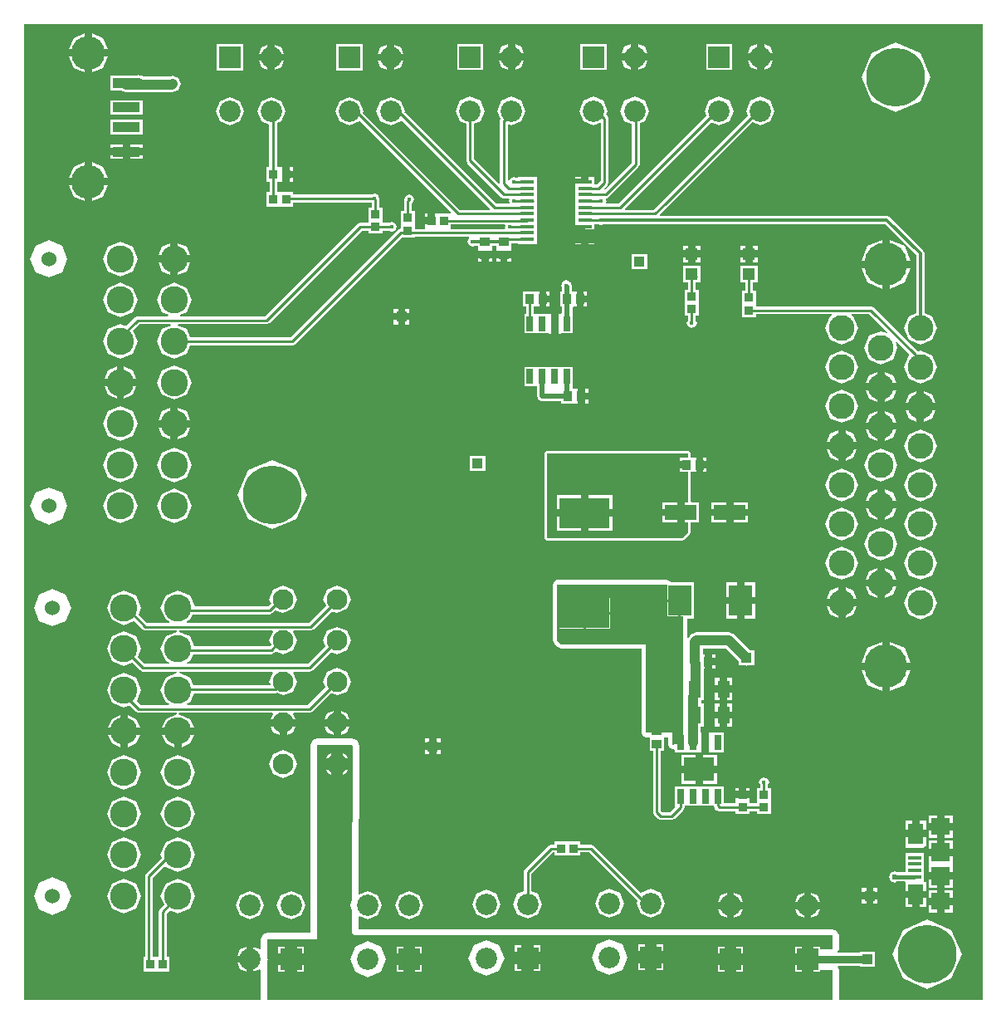
<source format=gtl>
G04*
G04 #@! TF.GenerationSoftware,Altium Limited,Altium Designer,21.0.9 (235)*
G04*
G04 Layer_Physical_Order=1*
G04 Layer_Color=255*
%FSLAX25Y25*%
%MOIN*%
G70*
G04*
G04 #@! TF.SameCoordinates,7D8DD78A-8103-400F-A0AB-957E78C66F27*
G04*
G04*
G04 #@! TF.FilePolarity,Positive*
G04*
G01*
G75*
%ADD13C,0.01000*%
%ADD14R,0.05315X0.01575*%
%ADD15R,0.06299X0.08268*%
%ADD16R,0.07480X0.07087*%
%ADD17R,0.07480X0.07480*%
%ADD18R,0.11024X0.03937*%
%ADD19R,0.02559X0.06004*%
%ADD20R,0.12205X0.09449*%
%ADD21R,0.02559X0.05906*%
%ADD22R,0.05807X0.01772*%
%ADD23R,0.20079X0.12402*%
%ADD24R,0.09646X0.12402*%
%ADD25R,0.03740X0.03347*%
%ADD26R,0.04724X0.04724*%
%ADD27R,0.03347X0.03740*%
%ADD28R,0.12598X0.06299*%
%ADD29R,0.03543X0.03937*%
%ADD30R,0.03937X0.03543*%
%ADD31R,0.05118X0.07087*%
%ADD63C,0.03937*%
%ADD64C,0.01575*%
%ADD65C,0.00800*%
%ADD66C,0.01181*%
%ADD67C,0.01968*%
%ADD68C,0.02953*%
%ADD69C,0.10925*%
%ADD70C,0.06004*%
%ADD71C,0.13583*%
%ADD72R,0.08563X0.08563*%
%ADD73C,0.08563*%
%ADD74R,0.04331X0.04331*%
%ADD75C,0.08268*%
%ADD76C,0.17303*%
%ADD77C,0.10335*%
%ADD78C,0.23622*%
%ADD79C,0.03150*%
%ADD80C,0.02362*%
%ADD81C,0.01772*%
G36*
X385697Y803D02*
X328057D01*
Y12845D01*
X327611Y13921D01*
X327889Y14337D01*
X336350D01*
Y13850D01*
X342650D01*
Y20150D01*
X336350D01*
Y19663D01*
X327889D01*
X327611Y20079D01*
X328057Y21155D01*
Y26600D01*
X327308Y28408D01*
X325500Y29157D01*
X135520D01*
X135168Y29511D01*
X135192Y34067D01*
X135609Y34344D01*
X138965Y32954D01*
X142995Y34623D01*
X144664Y38653D01*
X142995Y42684D01*
X138965Y44353D01*
X135657Y42983D01*
X135242Y43262D01*
X135564Y102762D01*
X135562Y102766D01*
X135564Y102769D01*
X135193Y103672D01*
X134825Y104574D01*
X134821Y104576D01*
X134820Y104579D01*
X134467Y104934D01*
X134464Y104935D01*
X134462Y104939D01*
X133562Y105312D01*
X132661Y105687D01*
X132658Y105686D01*
X132654Y105687D01*
X118500D01*
X116692Y104939D01*
X115943Y103131D01*
Y27684D01*
X98500D01*
X96692Y26935D01*
X95943Y25127D01*
Y21295D01*
X95443Y21083D01*
X92976Y22105D01*
Y17000D01*
Y11895D01*
X95443Y12917D01*
X95943Y12705D01*
Y803D01*
X803D01*
Y392197D01*
X385697D01*
Y803D01*
D02*
G37*
G36*
X133007Y102776D02*
X132672Y40823D01*
X131773Y38653D01*
X132649Y36540D01*
X132600Y27500D01*
X133500Y26600D01*
X325500D01*
Y21155D01*
X320569D01*
Y22069D01*
X317862D01*
Y17000D01*
Y11931D01*
X320569D01*
Y12845D01*
X325500D01*
Y803D01*
X98500D01*
Y16539D01*
X98691Y17000D01*
X98500Y17461D01*
Y25127D01*
X118500D01*
Y103131D01*
X132654D01*
X133007Y102776D01*
D02*
G37*
%LPC*%
G36*
X28122Y388625D02*
Y382279D01*
X34467D01*
X32609Y386766D01*
X28122Y388625D01*
D02*
G37*
G36*
X25169Y388625D02*
X20682Y386766D01*
X18824Y382279D01*
X25169D01*
Y388625D01*
D02*
G37*
G36*
X298012Y384259D02*
Y380630D01*
X301641D01*
X300578Y383196D01*
X298012Y384259D01*
D02*
G37*
G36*
X295059D02*
X292493Y383196D01*
X291430Y380630D01*
X295059D01*
Y384259D01*
D02*
G37*
G36*
X247512D02*
Y380630D01*
X251140D01*
X250078Y383196D01*
X247512Y384259D01*
D02*
G37*
G36*
X244559D02*
X241993Y383196D01*
X240930Y380630D01*
X244559D01*
Y384259D01*
D02*
G37*
G36*
X198012D02*
Y380630D01*
X201641D01*
X200578Y383196D01*
X198012Y384259D01*
D02*
G37*
G36*
X195059D02*
X192493Y383196D01*
X191430Y380630D01*
X195059D01*
Y384259D01*
D02*
G37*
G36*
X101610Y384125D02*
Y380496D01*
X105239D01*
X104176Y383062D01*
X101610Y384125D01*
D02*
G37*
G36*
X98658D02*
X96092Y383062D01*
X95029Y380496D01*
X98658D01*
Y384125D01*
D02*
G37*
G36*
X149512Y384105D02*
Y380476D01*
X153140D01*
X152078Y383042D01*
X149512Y384105D01*
D02*
G37*
G36*
X146559D02*
X143993Y383042D01*
X142930Y380476D01*
X146559D01*
Y384105D01*
D02*
G37*
G36*
X301641Y377677D02*
X298012D01*
Y374048D01*
X300578Y375111D01*
X301641Y377677D01*
D02*
G37*
G36*
X295059D02*
X291430D01*
X292493Y375111D01*
X295059Y374048D01*
Y377677D01*
D02*
G37*
G36*
X251140D02*
X247512D01*
Y374048D01*
X250078Y375111D01*
X251140Y377677D01*
D02*
G37*
G36*
X244559D02*
X240930D01*
X241993Y375111D01*
X244559Y374048D01*
Y377677D01*
D02*
G37*
G36*
X201641D02*
X198012D01*
Y374048D01*
X200578Y375111D01*
X201641Y377677D01*
D02*
G37*
G36*
X195059D02*
X191430D01*
X192493Y375111D01*
X195059Y374048D01*
Y377677D01*
D02*
G37*
G36*
X105239Y377543D02*
X101610D01*
Y373915D01*
X104176Y374977D01*
X105239Y377543D01*
D02*
G37*
G36*
X98658D02*
X95029D01*
X96092Y374977D01*
X98658Y373915D01*
Y377543D01*
D02*
G37*
G36*
X153140Y377524D02*
X149512D01*
Y373895D01*
X152078Y374958D01*
X153140Y377524D01*
D02*
G37*
G36*
X146559D02*
X142930D01*
X143993Y374958D01*
X146559Y373895D01*
Y377524D01*
D02*
G37*
G36*
X285266Y384419D02*
X274734D01*
Y373888D01*
X285266D01*
Y384419D01*
D02*
G37*
G36*
X234766D02*
X224234D01*
Y373888D01*
X234766D01*
Y384419D01*
D02*
G37*
G36*
X185266D02*
X174734D01*
Y373888D01*
X185266D01*
Y384419D01*
D02*
G37*
G36*
X88864Y384285D02*
X78333D01*
Y373754D01*
X88864D01*
Y384285D01*
D02*
G37*
G36*
X136766Y384266D02*
X126234D01*
Y373734D01*
X136766D01*
Y384266D01*
D02*
G37*
G36*
X25169Y379327D02*
X18824D01*
X20682Y374840D01*
X25169Y372981D01*
Y379327D01*
D02*
G37*
G36*
X34467D02*
X28122D01*
Y372981D01*
X32609Y374840D01*
X34467Y379327D01*
D02*
G37*
G36*
X46696Y371913D02*
X46109Y371669D01*
X35504D01*
Y365764D01*
X39868D01*
X42000Y364881D01*
X60187D01*
X62447Y365817D01*
X62807Y366177D01*
X63743Y368437D01*
X62807Y370697D01*
X60547Y371633D01*
X59677Y371273D01*
X48496D01*
Y371669D01*
X47284D01*
X46696Y371913D01*
D02*
G37*
G36*
X351000Y384850D02*
X341207Y380793D01*
X337151Y371000D01*
X341207Y361207D01*
X351000Y357151D01*
X360793Y361207D01*
X364849Y371000D01*
X360793Y380793D01*
X351000Y384850D01*
D02*
G37*
G36*
X48496Y361827D02*
X35504D01*
Y355921D01*
X48496D01*
Y361827D01*
D02*
G37*
G36*
X296535Y363200D02*
X292505Y361530D01*
X290836Y357500D01*
X291547Y355783D01*
X257399Y321636D01*
X257399Y321636D01*
X257399Y321636D01*
X253590Y317827D01*
X242252D01*
X242061Y318289D01*
X276869Y353097D01*
X280000Y351800D01*
X284030Y353470D01*
X285700Y357500D01*
X284030Y361530D01*
X280000Y363200D01*
X275970Y361530D01*
X274300Y357500D01*
X275011Y355783D01*
X239614Y320386D01*
X234743D01*
X234465Y320802D01*
X234687Y321337D01*
X234483Y321829D01*
X234398Y322291D01*
X235534Y322762D01*
X247636Y334864D01*
X247636Y334864D01*
X248107Y336000D01*
X248107Y336000D01*
Y352658D01*
X250066Y353470D01*
X251735Y357500D01*
X250066Y361530D01*
X246035Y363200D01*
X242005Y361530D01*
X240336Y357500D01*
X242005Y353470D01*
X244894Y352273D01*
Y336666D01*
X234022Y325794D01*
X233958Y325807D01*
X233793Y326349D01*
X235136Y327692D01*
X235136Y327692D01*
X235607Y328828D01*
Y354465D01*
X235607Y354465D01*
X235136Y355601D01*
X234625Y356112D01*
X235200Y357500D01*
X233530Y361530D01*
X229500Y363200D01*
X225470Y361530D01*
X223800Y357500D01*
X225470Y353470D01*
X229500Y351800D01*
X231978Y352827D01*
X232394Y352549D01*
Y329494D01*
X230963Y328063D01*
X229971D01*
Y330902D01*
X227543D01*
Y329016D01*
X226067D01*
Y328327D01*
X222179D01*
Y327539D01*
X222163D01*
Y327130D01*
X222179D01*
Y324587D01*
Y322028D01*
Y319468D01*
Y316910D01*
Y312988D01*
X222163D01*
Y312579D01*
X222179D01*
Y311791D01*
X226067D01*
Y310020D01*
X229971D01*
Y312055D01*
X231656D01*
X232663Y311638D01*
X233434Y311958D01*
X346631D01*
X359044Y299546D01*
Y276326D01*
X356040Y275082D01*
X354090Y270374D01*
X356040Y265666D01*
X360748Y263716D01*
X365456Y265666D01*
X367406Y270374D01*
X365456Y275082D01*
X362453Y276326D01*
Y300252D01*
X361953Y301457D01*
X348543Y314868D01*
X347337Y315367D01*
X256328D01*
X256137Y315829D01*
X259671Y319364D01*
X259671Y319364D01*
X293405Y353097D01*
X296535Y351800D01*
X300566Y353470D01*
X302235Y357500D01*
X300566Y361530D01*
X296535Y363200D01*
D02*
G37*
G36*
X83598Y363066D02*
X79568Y361396D01*
X77899Y357366D01*
X79568Y353336D01*
X83598Y351666D01*
X87629Y353336D01*
X89298Y357366D01*
X87629Y361396D01*
X83598Y363066D01*
D02*
G37*
G36*
X48496Y353953D02*
X35504D01*
Y348047D01*
X48496D01*
Y353953D01*
D02*
G37*
G36*
X48512Y344126D02*
X43476D01*
Y342634D01*
X48512D01*
Y344126D01*
D02*
G37*
G36*
X40524D02*
X35488D01*
Y342634D01*
X40524D01*
Y344126D01*
D02*
G37*
G36*
X48512Y339681D02*
X43476D01*
Y338189D01*
X48512D01*
Y339681D01*
D02*
G37*
G36*
X40524D02*
X35488D01*
Y338189D01*
X40524D01*
Y339681D01*
D02*
G37*
G36*
X108732Y334870D02*
X107535D01*
Y333476D01*
X108732D01*
Y334870D01*
D02*
G37*
G36*
X28122Y336893D02*
Y330547D01*
X34467D01*
X32609Y335034D01*
X28122Y336893D01*
D02*
G37*
G36*
X25169Y336893D02*
X20682Y335034D01*
X18824Y330547D01*
X25169D01*
Y336893D01*
D02*
G37*
G36*
X224590Y330902D02*
X222163D01*
Y330492D01*
X224590D01*
Y330902D01*
D02*
G37*
G36*
X108732Y330524D02*
X107535D01*
Y329130D01*
X108732D01*
Y330524D01*
D02*
G37*
G36*
X196535Y363200D02*
X192505Y361530D01*
X190836Y357500D01*
X192203Y354200D01*
X191893Y353453D01*
X191893Y353453D01*
Y328586D01*
X191657Y328418D01*
X191431Y328341D01*
X181571Y338201D01*
Y352451D01*
X184030Y353470D01*
X185700Y357500D01*
X184030Y361530D01*
X180000Y363200D01*
X175970Y361530D01*
X174300Y357500D01*
X175970Y353470D01*
X178358Y352481D01*
Y337535D01*
X178358Y337535D01*
X178829Y336399D01*
X192466Y322762D01*
X192466Y322762D01*
X193602Y322291D01*
X193602Y322291D01*
X195581D01*
X195859Y321875D01*
X195637Y321339D01*
X195859Y320802D01*
X195582Y320386D01*
X190386D01*
X153644Y357128D01*
X153735Y357347D01*
X152066Y361377D01*
X148035Y363046D01*
X144005Y361377D01*
X142336Y357347D01*
X144005Y353316D01*
X148035Y351647D01*
X152066Y353316D01*
X152141Y353499D01*
X152632Y353596D01*
X187939Y318289D01*
X187748Y317827D01*
X175945D01*
X136973Y356799D01*
X137200Y357347D01*
X135530Y361377D01*
X131500Y363046D01*
X127470Y361377D01*
X125800Y357347D01*
X127470Y353316D01*
X131500Y351647D01*
X135530Y353316D01*
X135848Y353380D01*
X172250Y316978D01*
X172252Y316819D01*
X171800Y316354D01*
X171737Y316354D01*
X167114D01*
Y316370D01*
X165917D01*
Y313500D01*
X164441D01*
Y312024D01*
X161768D01*
Y310630D01*
X161768D01*
X161720Y310150D01*
X157854D01*
Y311902D01*
Y317216D01*
X156606D01*
Y320434D01*
X156931Y320569D01*
X157524Y322000D01*
X156931Y323431D01*
X155500Y324024D01*
X154069Y323431D01*
X153476Y322000D01*
X153581Y321745D01*
X153393Y321291D01*
X153393Y321291D01*
Y317216D01*
X152146D01*
Y311902D01*
Y310293D01*
X151080Y309852D01*
X107799Y266571D01*
X67496D01*
X66088Y269970D01*
X62627Y271403D01*
X62725Y271894D01*
X98305D01*
X98305Y271893D01*
X99441Y272364D01*
X136411Y309334D01*
X139146D01*
Y308283D01*
X144854D01*
Y309334D01*
X147547D01*
X148561Y308914D01*
X149993Y309507D01*
X150586Y310939D01*
X149993Y312370D01*
X148561Y312963D01*
X147559Y312547D01*
X144854D01*
Y318717D01*
X143606D01*
Y321791D01*
X143606Y321791D01*
X143471Y322119D01*
X143598Y322426D01*
X143005Y323857D01*
X141574Y324450D01*
X140566Y324033D01*
X108716D01*
Y324854D01*
X102606D01*
Y329146D01*
X103386D01*
Y329130D01*
X104583D01*
Y332000D01*
Y334870D01*
X103386D01*
Y334854D01*
X102374D01*
Y352594D01*
X104164Y353336D01*
X105833Y357366D01*
X104164Y361396D01*
X100134Y363066D01*
X96104Y361396D01*
X94434Y357366D01*
X96104Y353336D01*
X99161Y352069D01*
Y334854D01*
X98283D01*
Y329146D01*
X99393D01*
Y324854D01*
X98283D01*
Y319146D01*
X108716D01*
Y320820D01*
X140393D01*
Y318717D01*
X139146D01*
Y312547D01*
X135746D01*
X135746Y312547D01*
X134610Y312077D01*
X134610Y312077D01*
X97640Y275107D01*
X63675D01*
X63578Y275597D01*
X66088Y276637D01*
X68132Y281571D01*
X66088Y286505D01*
X61154Y288549D01*
X56219Y286505D01*
X54176Y281571D01*
X56219Y276637D01*
X58729Y275597D01*
X58632Y275107D01*
X46382D01*
X46382Y275107D01*
X45246Y274636D01*
X45246Y274636D01*
X41709Y271099D01*
X39500Y272013D01*
X34566Y269970D01*
X32522Y265035D01*
X34566Y260101D01*
X39500Y258057D01*
X44434Y260101D01*
X46478Y265035D01*
X44636Y269482D01*
X47047Y271894D01*
X59582D01*
X59680Y271403D01*
X56219Y269970D01*
X54176Y265035D01*
X56219Y260101D01*
X61154Y258057D01*
X66088Y260101D01*
X67437Y263358D01*
X108465D01*
X108465Y263358D01*
X109601Y263829D01*
X152556Y306784D01*
X157854D01*
Y306937D01*
X179508D01*
X179605Y306446D01*
X179569Y306431D01*
X178976Y305000D01*
X179569Y303569D01*
X181000Y302976D01*
X182152Y303453D01*
X183047D01*
Y302614D01*
X183031D01*
Y301319D01*
X186000D01*
X188969D01*
Y302614D01*
X188953D01*
Y303453D01*
X190547D01*
Y302614D01*
X190532D01*
Y301319D01*
X193500D01*
X196468D01*
Y302614D01*
X196453D01*
Y304378D01*
X199045D01*
Y304114D01*
X206821D01*
Y306673D01*
Y309232D01*
Y311791D01*
Y314350D01*
Y316910D01*
Y319468D01*
Y322028D01*
Y324587D01*
Y327146D01*
Y330886D01*
X199045D01*
Y330614D01*
X198489D01*
X197500Y331024D01*
X196069Y330431D01*
X195797Y329776D01*
X195161Y329525D01*
X195106Y329550D01*
Y351942D01*
X195522Y352220D01*
X196535Y351800D01*
X200566Y353470D01*
X202235Y357500D01*
X200566Y361530D01*
X196535Y363200D01*
D02*
G37*
G36*
X25169Y327594D02*
X18824D01*
X20682Y323108D01*
X25169Y321249D01*
Y327594D01*
D02*
G37*
G36*
X34467D02*
X28122D01*
Y321249D01*
X32609Y323108D01*
X34467Y327594D01*
D02*
G37*
G36*
X162965Y316370D02*
X161768D01*
Y314976D01*
X162965D01*
Y316370D01*
D02*
G37*
G36*
X229971Y304508D02*
X227543D01*
Y304098D01*
X229971D01*
Y304508D01*
D02*
G37*
G36*
X224590D02*
X222163D01*
Y304098D01*
X224590D01*
Y304508D01*
D02*
G37*
G36*
X272362Y303496D02*
X270476D01*
Y301610D01*
X272362D01*
Y303496D01*
D02*
G37*
G36*
X295362D02*
X293476D01*
Y301610D01*
X295362D01*
Y303496D01*
D02*
G37*
G36*
X267524D02*
X265638D01*
Y301610D01*
X267524D01*
Y303496D01*
D02*
G37*
G36*
X290524D02*
X288638D01*
Y301610D01*
X290524D01*
Y303496D01*
D02*
G37*
G36*
X62630Y304490D02*
Y299583D01*
X67537D01*
X66100Y303053D01*
X62630Y304490D01*
D02*
G37*
G36*
X59677Y304490D02*
X56207Y303053D01*
X54770Y299583D01*
X59677D01*
Y304490D01*
D02*
G37*
G36*
X348445Y305800D02*
Y297441D01*
X356804D01*
X354356Y303352D01*
X348445Y305800D01*
D02*
G37*
G36*
X345492D02*
X339581Y303352D01*
X337133Y297441D01*
X345492D01*
Y305800D01*
D02*
G37*
G36*
X196468Y298366D02*
X194976D01*
Y297071D01*
X196468D01*
Y298366D01*
D02*
G37*
G36*
X192024D02*
X190532D01*
Y297071D01*
X192024D01*
Y298366D01*
D02*
G37*
G36*
X188969D02*
X187476D01*
Y297071D01*
X188969D01*
Y298366D01*
D02*
G37*
G36*
X184524D02*
X183031D01*
Y297071D01*
X184524D01*
Y298366D01*
D02*
G37*
G36*
X295362Y298657D02*
X293476D01*
Y296772D01*
X295362D01*
Y298657D01*
D02*
G37*
G36*
X290524D02*
X288638D01*
Y296772D01*
X290524D01*
Y298657D01*
D02*
G37*
G36*
X272362D02*
X270476D01*
Y296772D01*
X272362D01*
Y298657D01*
D02*
G37*
G36*
X267524D02*
X265638D01*
Y296772D01*
X267524D01*
Y298657D01*
D02*
G37*
G36*
X251150Y300150D02*
X244850D01*
Y293850D01*
X251150D01*
Y300150D01*
D02*
G37*
G36*
X59677Y296630D02*
X54770D01*
X56207Y293160D01*
X59677Y291723D01*
Y296630D01*
D02*
G37*
G36*
X67537D02*
X62630D01*
Y291723D01*
X66100Y293160D01*
X67537Y296630D01*
D02*
G37*
G36*
X39500Y305084D02*
X34566Y303041D01*
X32522Y298106D01*
X34566Y293172D01*
X39500Y291128D01*
X44434Y293172D01*
X46478Y298106D01*
X44434Y303041D01*
X39500Y305084D01*
D02*
G37*
G36*
X10760Y305670D02*
X5411Y303455D01*
X3196Y298106D01*
X5411Y292758D01*
X10760Y290542D01*
X16108Y292758D01*
X18324Y298106D01*
X16108Y303455D01*
X10760Y305670D01*
D02*
G37*
G36*
X356804Y294488D02*
X348445D01*
Y286129D01*
X354356Y288578D01*
X356804Y294488D01*
D02*
G37*
G36*
X345492D02*
X337133D01*
X339581Y288578D01*
X345492Y286129D01*
Y294488D01*
D02*
G37*
G36*
X226929Y284968D02*
X225634D01*
Y283476D01*
X226929D01*
Y284968D01*
D02*
G37*
G36*
X211929D02*
X210634D01*
Y283476D01*
X211929D01*
Y284968D01*
D02*
G37*
G36*
X226929Y280524D02*
X225634D01*
Y279031D01*
X226929D01*
Y280524D01*
D02*
G37*
G36*
X211929D02*
X210634D01*
Y279031D01*
X211929D01*
Y280524D01*
D02*
G37*
G36*
X207681Y284968D02*
X206386D01*
Y284953D01*
X201087D01*
Y279047D01*
X202394D01*
Y276067D01*
X201736D01*
Y268193D01*
X206236D01*
X206264Y268193D01*
X206736D01*
X206764Y268193D01*
X211227D01*
X211720Y268177D01*
X211757Y268177D01*
X212524D01*
Y272130D01*
Y276083D01*
X211757D01*
X211720Y276083D01*
X211227Y276067D01*
X206764D01*
X206736Y276067D01*
X206264D01*
X206236Y276067D01*
X205607D01*
Y279047D01*
X206386D01*
Y279031D01*
X207681D01*
Y282000D01*
Y284968D01*
D02*
G37*
G36*
X155665Y278165D02*
X153976D01*
Y276476D01*
X155665D01*
Y278165D01*
D02*
G37*
G36*
X151024D02*
X149335D01*
Y276476D01*
X151024D01*
Y278165D01*
D02*
G37*
G36*
X218500Y289524D02*
X217069Y288931D01*
X216476Y287500D01*
X216712Y286930D01*
Y284953D01*
X216087D01*
Y279047D01*
X216869D01*
Y276530D01*
X216369Y276080D01*
X216280Y276083D01*
X216243Y276083D01*
X215476D01*
Y272130D01*
Y268177D01*
X216243D01*
X216280Y268177D01*
X216773Y268193D01*
X221264D01*
Y276067D01*
X221131D01*
Y278637D01*
X221386Y279031D01*
X222681D01*
Y282000D01*
Y284968D01*
X221386D01*
X220973Y285179D01*
Y287158D01*
X220349Y288664D01*
X219978Y288818D01*
X219931Y288931D01*
X218500Y289524D01*
D02*
G37*
G36*
X39500Y288549D02*
X34566Y286505D01*
X32522Y281571D01*
X34566Y276637D01*
X39500Y274593D01*
X44434Y276637D01*
X46478Y281571D01*
X44434Y286505D01*
X39500Y288549D01*
D02*
G37*
G36*
X155665Y273524D02*
X153976D01*
Y271835D01*
X155665D01*
Y273524D01*
D02*
G37*
G36*
X151024D02*
X149335D01*
Y271835D01*
X151024D01*
Y273524D01*
D02*
G37*
G36*
X272346Y295213D02*
X265653D01*
Y288520D01*
X267393D01*
Y285717D01*
X266146D01*
Y280402D01*
Y275284D01*
X267393D01*
Y273508D01*
X266976Y272500D01*
X267569Y271069D01*
X269000Y270476D01*
X270431Y271069D01*
X271024Y272500D01*
X270606Y273508D01*
Y275284D01*
X271854D01*
Y280402D01*
Y285717D01*
X270606D01*
Y288520D01*
X272346D01*
Y290709D01*
X272469Y291004D01*
X272346Y291299D01*
Y295213D01*
D02*
G37*
G36*
X295346D02*
X288653D01*
Y288520D01*
X290393D01*
Y285216D01*
X289146D01*
Y279902D01*
Y274783D01*
X294854D01*
Y275893D01*
X325221D01*
X325318Y275403D01*
X324544Y275082D01*
X322594Y270374D01*
X324544Y265666D01*
X329252Y263716D01*
X333960Y265666D01*
X335910Y270374D01*
X333960Y275082D01*
X333186Y275403D01*
X333283Y275893D01*
X340335D01*
X347627Y268601D01*
X347349Y268185D01*
X345000Y269158D01*
X340292Y267208D01*
X338342Y262500D01*
X340292Y257792D01*
X345000Y255842D01*
X349708Y257792D01*
X351658Y262500D01*
X350685Y264849D01*
X351101Y265127D01*
X356326Y259903D01*
X356228Y259412D01*
X356040Y259334D01*
X354090Y254626D01*
X356040Y249918D01*
X360748Y247968D01*
X365456Y249918D01*
X367406Y254626D01*
X365456Y259334D01*
X360748Y261284D01*
X359857Y260915D01*
X342136Y278636D01*
X341000Y279107D01*
X341000Y279106D01*
X294854D01*
Y285216D01*
X293606D01*
Y288520D01*
X295346D01*
Y295213D01*
D02*
G37*
G36*
X216736Y254807D02*
X216264D01*
X216236Y254807D01*
X211764D01*
X211736Y254807D01*
X211264D01*
X211236Y254807D01*
X206764D01*
X206736Y254807D01*
X206264D01*
X206236Y254807D01*
X201736D01*
Y246933D01*
X206236D01*
X206264Y246933D01*
X206736D01*
X206869Y246477D01*
Y243000D01*
X207493Y241493D01*
X209000Y240869D01*
X216587D01*
Y240047D01*
X221886D01*
Y240032D01*
X223181D01*
Y243000D01*
X224658D01*
D01*
X223181D01*
Y245969D01*
X221886D01*
Y245953D01*
X221131D01*
Y246933D01*
X221264D01*
Y254807D01*
X216764D01*
X216736Y254807D01*
D02*
G37*
G36*
X40976Y254884D02*
Y249976D01*
X45884D01*
X44446Y253446D01*
X40976Y254884D01*
D02*
G37*
G36*
X38024D02*
X34554Y253446D01*
X33116Y249976D01*
X38024D01*
Y254884D01*
D02*
G37*
G36*
X346476Y252816D02*
Y248228D01*
X351064D01*
X349720Y251472D01*
X346476Y252816D01*
D02*
G37*
G36*
X343524Y252816D02*
X340280Y251472D01*
X338936Y248228D01*
X343524D01*
Y252816D01*
D02*
G37*
G36*
X329252Y261284D02*
X324544Y259334D01*
X322594Y254626D01*
X324544Y249918D01*
X329252Y247968D01*
X333960Y249918D01*
X335910Y254626D01*
X333960Y259334D01*
X329252Y261284D01*
D02*
G37*
G36*
X227429Y245969D02*
X226134D01*
Y244476D01*
X227429D01*
Y245969D01*
D02*
G37*
G36*
X45884Y247024D02*
X40976D01*
Y242116D01*
X44446Y243554D01*
X45884Y247024D01*
D02*
G37*
G36*
X38024D02*
X33116D01*
X34554Y243554D01*
X38024Y242116D01*
Y247024D01*
D02*
G37*
G36*
X61154Y255478D02*
X56219Y253434D01*
X54176Y248500D01*
X56219Y243566D01*
X61154Y241522D01*
X66088Y243566D01*
X68132Y248500D01*
X66088Y253434D01*
X61154Y255478D01*
D02*
G37*
G36*
X343524Y245276D02*
X338936D01*
X340280Y242032D01*
X343524Y240688D01*
Y245276D01*
D02*
G37*
G36*
X351064D02*
X346476D01*
Y240688D01*
X349720Y242032D01*
X351064Y245276D01*
D02*
G37*
G36*
X362224Y244942D02*
Y240354D01*
X366812D01*
X365468Y243598D01*
X362224Y244942D01*
D02*
G37*
G36*
X359272Y244942D02*
X356028Y243598D01*
X354684Y240354D01*
X359272D01*
Y244942D01*
D02*
G37*
G36*
X227429Y241524D02*
X226134D01*
Y240032D01*
X227429D01*
Y241524D01*
D02*
G37*
G36*
X62630Y238348D02*
Y233441D01*
X67537D01*
X66100Y236911D01*
X62630Y238348D01*
D02*
G37*
G36*
X59677Y238348D02*
X56207Y236911D01*
X54770Y233441D01*
X59677D01*
Y238348D01*
D02*
G37*
G36*
X366812Y237402D02*
X362224D01*
Y232814D01*
X365468Y234158D01*
X366812Y237402D01*
D02*
G37*
G36*
X359272D02*
X354684D01*
X356028Y234158D01*
X359272Y232814D01*
Y237402D01*
D02*
G37*
G36*
X346476Y237068D02*
Y232480D01*
X351064D01*
X349720Y235724D01*
X346476Y237068D01*
D02*
G37*
G36*
X343524D02*
X340280Y235724D01*
X338936Y232480D01*
X343524D01*
Y237068D01*
D02*
G37*
G36*
X329252Y245536D02*
X324544Y243586D01*
X322594Y238878D01*
X324544Y234170D01*
X329252Y232220D01*
X333960Y234170D01*
X335910Y238878D01*
X333960Y243586D01*
X329252Y245536D01*
D02*
G37*
G36*
X67537Y230488D02*
X62630D01*
Y225581D01*
X66100Y227018D01*
X67537Y230488D01*
D02*
G37*
G36*
X59677D02*
X54770D01*
X56207Y227018D01*
X59677Y225581D01*
Y230488D01*
D02*
G37*
G36*
X39500Y238943D02*
X34566Y236899D01*
X32522Y231965D01*
X34566Y227030D01*
X39500Y224987D01*
X44434Y227030D01*
X46478Y231965D01*
X44434Y236899D01*
X39500Y238943D01*
D02*
G37*
G36*
X351064Y229528D02*
X346476D01*
Y224940D01*
X349720Y226284D01*
X351064Y229528D01*
D02*
G37*
G36*
X343524D02*
X338936D01*
X340280Y226284D01*
X343524Y224940D01*
Y229528D01*
D02*
G37*
G36*
X330728Y229194D02*
Y224606D01*
X335316D01*
X333972Y227850D01*
X330728Y229194D01*
D02*
G37*
G36*
X327776Y229194D02*
X324532Y227850D01*
X323188Y224606D01*
X327776D01*
Y229194D01*
D02*
G37*
G36*
Y221654D02*
X323188D01*
X324532Y218410D01*
X327776Y217066D01*
Y221654D01*
D02*
G37*
G36*
X335316D02*
X330728D01*
Y217066D01*
X333972Y218410D01*
X335316Y221654D01*
D02*
G37*
G36*
X274929Y218468D02*
X273634D01*
Y216976D01*
X274929D01*
Y218468D01*
D02*
G37*
G36*
X360748Y229788D02*
X356040Y227838D01*
X354090Y223130D01*
X356040Y218422D01*
X360748Y216472D01*
X365456Y218422D01*
X367406Y223130D01*
X365456Y227838D01*
X360748Y229788D01*
D02*
G37*
G36*
X186150Y219150D02*
X179850D01*
Y212850D01*
X186150D01*
Y219150D01*
D02*
G37*
G36*
X274929Y214024D02*
X273634D01*
Y212531D01*
X274929D01*
Y214024D01*
D02*
G37*
G36*
X267500Y221065D02*
X211000Y221065D01*
X210247Y220753D01*
X209935Y220000D01*
X209935Y186000D01*
X210247Y185247D01*
X211000Y184935D01*
X265065Y184935D01*
X265819Y185247D01*
X268253Y187681D01*
X268565Y188435D01*
Y192214D01*
X268576Y192229D01*
X271878D01*
Y200497D01*
X269059D01*
X268565Y200997D01*
X268565Y212531D01*
X268576Y212547D01*
X269386D01*
Y212531D01*
X270681D01*
Y215500D01*
Y218468D01*
X269386D01*
Y218453D01*
X268576D01*
X268565Y218468D01*
Y220000D01*
X268253Y220753D01*
X267500Y221065D01*
D02*
G37*
G36*
X345000Y221914D02*
X340292Y219964D01*
X338342Y215256D01*
X340292Y210548D01*
X345000Y208597D01*
X349708Y210548D01*
X351658Y215256D01*
X349708Y219964D01*
X345000Y221914D01*
D02*
G37*
G36*
X61154Y222407D02*
X56219Y220363D01*
X54176Y215429D01*
X56219Y210495D01*
X61154Y208451D01*
X66088Y210495D01*
X68132Y215429D01*
X66088Y220363D01*
X61154Y222407D01*
D02*
G37*
G36*
X39500D02*
X34566Y220363D01*
X32522Y215429D01*
X34566Y210495D01*
X39500Y208451D01*
X44434Y210495D01*
X46478Y215429D01*
X44434Y220363D01*
X39500Y222407D01*
D02*
G37*
G36*
X346476Y205572D02*
Y200984D01*
X351064D01*
X349720Y204228D01*
X346476Y205572D01*
D02*
G37*
G36*
X343524D02*
X340280Y204228D01*
X338936Y200984D01*
X343524D01*
Y205572D01*
D02*
G37*
G36*
X360748Y214040D02*
X356040Y212090D01*
X354090Y207382D01*
X356040Y202674D01*
X360748Y200724D01*
X365456Y202674D01*
X367406Y207382D01*
X365456Y212090D01*
X360748Y214040D01*
D02*
G37*
G36*
X329252D02*
X324544Y212090D01*
X322594Y207382D01*
X324544Y202674D01*
X329252Y200724D01*
X333960Y202674D01*
X335910Y207382D01*
X333960Y212090D01*
X329252Y214040D01*
D02*
G37*
G36*
X291579Y200513D02*
X285756D01*
Y197840D01*
X291579D01*
Y200513D01*
D02*
G37*
G36*
X282803D02*
X276980D01*
Y197840D01*
X282803D01*
Y200513D01*
D02*
G37*
G36*
X351064Y198031D02*
X346476D01*
Y193444D01*
X349720Y194788D01*
X351064Y198031D01*
D02*
G37*
G36*
X343524D02*
X338936D01*
X340280Y194788D01*
X343524Y193444D01*
Y198031D01*
D02*
G37*
G36*
X291579Y194887D02*
X285756D01*
Y192214D01*
X291579D01*
Y194887D01*
D02*
G37*
G36*
X282803D02*
X276980D01*
Y192214D01*
X282803D01*
Y194887D01*
D02*
G37*
G36*
X61154Y205872D02*
X56219Y203828D01*
X54176Y198894D01*
X56219Y193959D01*
X61154Y191916D01*
X66088Y193959D01*
X68132Y198894D01*
X66088Y203828D01*
X61154Y205872D01*
D02*
G37*
G36*
X39500D02*
X34566Y203828D01*
X32522Y198894D01*
X34566Y193959D01*
X39500Y191916D01*
X44434Y193959D01*
X46478Y198894D01*
X44434Y203828D01*
X39500Y205872D01*
D02*
G37*
G36*
X10760Y206458D02*
X5411Y204242D01*
X3196Y198894D01*
X5411Y193545D01*
X10760Y191330D01*
X16108Y193545D01*
X18324Y198894D01*
X16108Y204242D01*
X10760Y206458D01*
D02*
G37*
G36*
X100500Y217350D02*
X90707Y213293D01*
X86651Y203500D01*
X90707Y193707D01*
X100500Y189650D01*
X110293Y193707D01*
X114349Y203500D01*
X110293Y213293D01*
X100500Y217350D01*
D02*
G37*
G36*
X360748Y198292D02*
X356040Y196342D01*
X354090Y191634D01*
X356040Y186926D01*
X360748Y184976D01*
X365456Y186926D01*
X367406Y191634D01*
X365456Y196342D01*
X360748Y198292D01*
D02*
G37*
G36*
X329252D02*
X324544Y196342D01*
X322594Y191634D01*
X324544Y186926D01*
X329252Y184976D01*
X333960Y186926D01*
X335910Y191634D01*
X333960Y196342D01*
X329252Y198292D01*
D02*
G37*
G36*
X345000Y190418D02*
X340292Y188468D01*
X338342Y183760D01*
X340292Y179052D01*
X345000Y177101D01*
X349708Y179052D01*
X351658Y183760D01*
X349708Y188468D01*
X345000Y190418D01*
D02*
G37*
G36*
X346476Y174076D02*
Y169488D01*
X351064D01*
X349720Y172732D01*
X346476Y174076D01*
D02*
G37*
G36*
X343524D02*
X340280Y172732D01*
X338936Y169488D01*
X343524D01*
Y174076D01*
D02*
G37*
G36*
X360748Y182544D02*
X356040Y180594D01*
X354090Y175886D01*
X356040Y171178D01*
X360748Y169227D01*
X365456Y171178D01*
X367406Y175886D01*
X365456Y180594D01*
X360748Y182544D01*
D02*
G37*
G36*
X329252D02*
X324544Y180594D01*
X322594Y175886D01*
X324544Y171178D01*
X329252Y169227D01*
X333960Y171178D01*
X335910Y175886D01*
X333960Y180594D01*
X329252Y182544D01*
D02*
G37*
G36*
X294390Y168201D02*
X290043D01*
Y162476D01*
X294390D01*
Y168201D01*
D02*
G37*
G36*
X287090D02*
X282744D01*
Y162476D01*
X287090D01*
Y168201D01*
D02*
G37*
G36*
X351064Y166535D02*
X346476D01*
Y161948D01*
X349720Y163292D01*
X351064Y166535D01*
D02*
G37*
G36*
X343524D02*
X338936D01*
X340280Y163292D01*
X343524Y161948D01*
Y166535D01*
D02*
G37*
G36*
X330728Y166202D02*
Y161614D01*
X335316D01*
X333972Y164858D01*
X330728Y166202D01*
D02*
G37*
G36*
X327776Y166202D02*
X324532Y164858D01*
X323188Y161614D01*
X327776D01*
Y166202D01*
D02*
G37*
G36*
X126537Y167040D02*
X122620Y165417D01*
X120997Y161500D01*
X122090Y158862D01*
X115334Y152106D01*
X66211D01*
X66114Y152597D01*
X67588Y153208D01*
X68493Y155394D01*
X99486D01*
X99486Y155394D01*
X100622Y155864D01*
X101938Y157180D01*
X104884Y155960D01*
X108801Y157583D01*
X110423Y161500D01*
X108801Y165417D01*
X104884Y167040D01*
X100966Y165417D01*
X99344Y161500D01*
X100038Y159824D01*
X98821Y158607D01*
X69439D01*
X67588Y163076D01*
X62653Y165120D01*
X57719Y163076D01*
X55676Y158142D01*
X57719Y153208D01*
X59193Y152597D01*
X59096Y152106D01*
X50165D01*
X46851Y155421D01*
X47978Y158142D01*
X45934Y163076D01*
X41000Y165120D01*
X36066Y163076D01*
X34022Y158142D01*
X36066Y153208D01*
X41000Y151164D01*
X44935Y152794D01*
X48364Y149364D01*
X48364Y149364D01*
X49500Y148893D01*
X49500Y148893D01*
X62093D01*
X62193Y148393D01*
X57719Y146540D01*
X55676Y141606D01*
X57719Y136672D01*
X59108Y136097D01*
X59010Y135607D01*
X49165D01*
X46569Y138204D01*
X47978Y141606D01*
X45934Y146540D01*
X41000Y148584D01*
X36066Y146540D01*
X34022Y141606D01*
X36066Y136672D01*
X41000Y134628D01*
X44252Y135976D01*
X47364Y132864D01*
X47364Y132864D01*
X48500Y132394D01*
X48500Y132394D01*
X62179D01*
X62278Y131894D01*
X57719Y130005D01*
X55676Y125071D01*
X57719Y120137D01*
X59022Y119597D01*
X58925Y119106D01*
X47665D01*
X46140Y120632D01*
X47978Y125071D01*
X45934Y130005D01*
X41000Y132049D01*
X36066Y130005D01*
X34022Y125071D01*
X36066Y120137D01*
X41000Y118093D01*
X43217Y119011D01*
X45864Y116364D01*
X45864Y116364D01*
X47000Y115893D01*
X62223D01*
X62323Y115393D01*
X57707Y113482D01*
X56270Y110012D01*
X62653D01*
X69037D01*
X67600Y113482D01*
X62984Y115393D01*
X63084Y115893D01*
X100442D01*
X100776Y115393D01*
X99938Y113370D01*
X104884D01*
X109829D01*
X108991Y115393D01*
X109325Y115893D01*
X115500D01*
X115500Y115893D01*
X116636Y116364D01*
X124150Y123878D01*
X126537Y122889D01*
X130454Y124512D01*
X132077Y128429D01*
X130454Y132346D01*
X126537Y133969D01*
X122620Y132346D01*
X120997Y128429D01*
X121923Y126195D01*
X114834Y119106D01*
X66382D01*
X66285Y119597D01*
X67588Y120137D01*
X69062Y123697D01*
X101757D01*
X101758Y123697D01*
X102346Y123940D01*
X104884Y122889D01*
X108801Y124512D01*
X110423Y128429D01*
X108988Y131894D01*
X109322Y132394D01*
X115633D01*
X115633Y132394D01*
X116769Y132864D01*
X124269Y140364D01*
X126537Y139425D01*
X130454Y141047D01*
X132077Y144965D01*
X130454Y148882D01*
X126537Y150504D01*
X122620Y148882D01*
X120997Y144965D01*
X121972Y142611D01*
X114967Y135607D01*
X66297D01*
X66199Y136097D01*
X67588Y136672D01*
X68715Y139393D01*
X100022D01*
X100022Y139393D01*
X101158Y139864D01*
X101938Y140645D01*
X104884Y139425D01*
X108801Y141047D01*
X110423Y144965D01*
X109003Y148393D01*
X109337Y148893D01*
X116000D01*
X116000Y148893D01*
X117136Y149364D01*
X124554Y156782D01*
X126537Y155960D01*
X130454Y157583D01*
X132077Y161500D01*
X130454Y165417D01*
X126537Y167040D01*
D02*
G37*
G36*
X327776Y158661D02*
X323188D01*
X324532Y155418D01*
X327776Y154074D01*
Y158661D01*
D02*
G37*
G36*
X335316D02*
X330728D01*
Y154074D01*
X333972Y155418D01*
X335316Y158661D01*
D02*
G37*
G36*
X294390Y159524D02*
X290043D01*
Y153799D01*
X294390D01*
Y159524D01*
D02*
G37*
G36*
X287090D02*
X282744D01*
Y153799D01*
X287090D01*
Y159524D01*
D02*
G37*
G36*
X360748Y166796D02*
X356040Y164846D01*
X354090Y160138D01*
X356040Y155430D01*
X360748Y153479D01*
X365456Y155430D01*
X367406Y160138D01*
X365456Y164846D01*
X360748Y166796D01*
D02*
G37*
G36*
X12260Y165706D02*
X6911Y163490D01*
X4696Y158142D01*
X6911Y152793D01*
X12260Y150578D01*
X17608Y152793D01*
X19824Y158142D01*
X17608Y163490D01*
X12260Y165706D01*
D02*
G37*
G36*
X278429Y139469D02*
X277134D01*
Y137976D01*
X278429D01*
Y139469D01*
D02*
G37*
G36*
X348445Y144383D02*
Y136024D01*
X356804D01*
X354356Y141934D01*
X348445Y144383D01*
D02*
G37*
G36*
X345492D02*
X339581Y141934D01*
X337133Y136024D01*
X345492D01*
Y144383D01*
D02*
G37*
G36*
X258959Y169204D02*
X215000D01*
X213795Y168705D01*
X213295Y167500D01*
Y145000D01*
X213795Y143795D01*
X215295Y142295D01*
X216500Y141796D01*
X248795Y141795D01*
X248795Y107854D01*
X249295Y106649D01*
X250500Y106150D01*
X252047D01*
Y100587D01*
X253394D01*
Y76000D01*
X253393Y76000D01*
X253864Y74864D01*
X255364Y73364D01*
X255364Y73364D01*
X256500Y72893D01*
X256500Y72894D01*
X261000D01*
X261000Y72893D01*
X262136Y73364D01*
X265573Y76801D01*
X265573Y76801D01*
X266044Y77937D01*
X266044Y77937D01*
Y78526D01*
X266673D01*
X266701Y78526D01*
X267173D01*
X267201Y78526D01*
X271673D01*
X271701Y78526D01*
X272173D01*
X272201Y78526D01*
X276673D01*
X276701Y78526D01*
X277173D01*
X277201Y78526D01*
X277831D01*
X278301Y77391D01*
X278887Y76805D01*
X278887Y76805D01*
X280023Y76334D01*
X280023Y76334D01*
X286583D01*
Y75283D01*
X292291D01*
Y76334D01*
X295146D01*
Y75283D01*
X300854D01*
Y80402D01*
Y85716D01*
X299606D01*
Y86992D01*
X300024Y88000D01*
X299431Y89431D01*
X298000Y90024D01*
X296569Y89431D01*
X295976Y88000D01*
X296393Y86992D01*
Y85716D01*
X295146D01*
Y79548D01*
X292291D01*
Y80386D01*
X292307D01*
Y81583D01*
X286567D01*
Y80386D01*
X286583D01*
Y79548D01*
X281701D01*
Y86498D01*
X277201D01*
X277173Y86498D01*
X276701D01*
X276673Y86498D01*
X272201D01*
X272173Y86498D01*
X271701D01*
X271673Y86498D01*
X267201D01*
X267173Y86498D01*
X266701D01*
X266673Y86498D01*
X262173D01*
Y78526D01*
X262173D01*
X262343Y78115D01*
X260334Y76107D01*
X257166D01*
X256607Y76666D01*
Y100587D01*
X257953D01*
Y106150D01*
X259406D01*
Y103390D01*
X259905Y102184D01*
X260295Y101795D01*
X261500Y101295D01*
X261757Y101402D01*
X262173Y101124D01*
Y99880D01*
X266701D01*
Y99880D01*
X267173D01*
Y99880D01*
X267201Y99880D01*
X271664D01*
X272154Y99864D01*
X272158Y99864D01*
Y99864D01*
X272961D01*
Y103866D01*
Y107868D01*
X272633D01*
Y110473D01*
X273835D01*
Y119527D01*
X272696D01*
Y120973D01*
X273835D01*
Y130027D01*
X273696D01*
Y133531D01*
X274181D01*
Y136500D01*
Y139469D01*
X273538D01*
Y141804D01*
X282676D01*
X287850Y136630D01*
Y134850D01*
X290888D01*
X291000Y134804D01*
X291112Y134850D01*
X294150D01*
Y137888D01*
X294196Y138000D01*
X294150Y138112D01*
Y141150D01*
X292370D01*
X286260Y147260D01*
X284000Y148196D01*
X270900D01*
X268640Y147260D01*
X268083Y146703D01*
X267695Y145767D01*
X267205Y145865D01*
Y153815D01*
X269965D01*
Y168185D01*
X260631D01*
X260540Y168406D01*
X260445Y168445D01*
X260396Y168535D01*
X260020Y168834D01*
X259479Y168989D01*
X258959Y169204D01*
D02*
G37*
G36*
X278429Y135024D02*
X277134D01*
Y133531D01*
X278429D01*
Y135024D01*
D02*
G37*
G36*
X285268Y130043D02*
X283185D01*
Y126976D01*
X285268D01*
Y130043D01*
D02*
G37*
G36*
X280232D02*
X278150D01*
Y126976D01*
X280232D01*
Y130043D01*
D02*
G37*
G36*
X356804Y133071D02*
X348445D01*
Y124712D01*
X354356Y127160D01*
X356804Y133071D01*
D02*
G37*
G36*
X345492D02*
X337133D01*
X339581Y127160D01*
X345492Y124712D01*
Y133071D01*
D02*
G37*
G36*
X285268Y124024D02*
X283185D01*
Y120957D01*
X285268D01*
Y124024D01*
D02*
G37*
G36*
X280232D02*
X278150D01*
Y120957D01*
X280232D01*
Y124024D01*
D02*
G37*
G36*
X285268Y119543D02*
X283185D01*
Y116476D01*
X285268D01*
Y119543D01*
D02*
G37*
G36*
X280232D02*
X278150D01*
Y116476D01*
X280232D01*
Y119543D01*
D02*
G37*
G36*
X128013Y116839D02*
Y113370D01*
X131482D01*
X130466Y115823D01*
X128013Y116839D01*
D02*
G37*
G36*
X125061D02*
X122608Y115823D01*
X121592Y113370D01*
X125061D01*
Y116839D01*
D02*
G37*
G36*
X285268Y113524D02*
X283185D01*
Y110457D01*
X285268D01*
Y113524D01*
D02*
G37*
G36*
X280232D02*
X278150D01*
Y110457D01*
X280232D01*
Y113524D01*
D02*
G37*
G36*
X42476Y114919D02*
Y110012D01*
X47383D01*
X45946Y113482D01*
X42476Y114919D01*
D02*
G37*
G36*
X39524D02*
X36054Y113482D01*
X34617Y110012D01*
X39524D01*
Y114919D01*
D02*
G37*
G36*
X131482Y110417D02*
X128013D01*
Y106948D01*
X130466Y107964D01*
X131482Y110417D01*
D02*
G37*
G36*
X109829D02*
X106360D01*
Y106948D01*
X108813Y107964D01*
X109829Y110417D01*
D02*
G37*
G36*
X125061D02*
X121592D01*
X122608Y107964D01*
X125061Y106948D01*
Y110417D01*
D02*
G37*
G36*
X103407D02*
X99938D01*
X100954Y107964D01*
X103407Y106948D01*
Y110417D01*
D02*
G37*
G36*
X168165Y105665D02*
X166476D01*
Y103976D01*
X168165D01*
Y105665D01*
D02*
G37*
G36*
X163524D02*
X161835D01*
Y103976D01*
X163524D01*
Y105665D01*
D02*
G37*
G36*
X69037Y107059D02*
X64130D01*
Y102152D01*
X67600Y103589D01*
X69037Y107059D01*
D02*
G37*
G36*
X47383D02*
X42476D01*
Y102152D01*
X45946Y103589D01*
X47383Y107059D01*
D02*
G37*
G36*
X61177D02*
X56270D01*
X57707Y103589D01*
X61177Y102152D01*
Y107059D01*
D02*
G37*
G36*
X39524D02*
X34617D01*
X36054Y103589D01*
X39524Y102152D01*
Y107059D01*
D02*
G37*
G36*
X276716Y107868D02*
X276680Y107868D01*
X275913D01*
Y103866D01*
Y99864D01*
X276680D01*
X276716Y99864D01*
X277210Y99880D01*
X281701D01*
Y107852D01*
X277210D01*
X276716Y107868D01*
D02*
G37*
G36*
X168165Y101024D02*
X166476D01*
Y99335D01*
X168165D01*
Y101024D01*
D02*
G37*
G36*
X163524D02*
X161835D01*
Y99335D01*
X163524D01*
Y101024D01*
D02*
G37*
G36*
X279039Y98913D02*
X273413D01*
Y94665D01*
X279039D01*
Y98913D01*
D02*
G37*
G36*
X270461D02*
X264835D01*
Y94665D01*
X270461D01*
Y98913D01*
D02*
G37*
G36*
X104884Y100898D02*
X100966Y99275D01*
X99344Y95358D01*
X100966Y91441D01*
X104884Y89819D01*
X108801Y91441D01*
X110423Y95358D01*
X108801Y99275D01*
X104884Y100898D01*
D02*
G37*
G36*
X279039Y91712D02*
X273413D01*
Y87464D01*
X279039D01*
Y91712D01*
D02*
G37*
G36*
X270461D02*
X264835D01*
Y87464D01*
X270461D01*
Y91712D01*
D02*
G37*
G36*
X62653Y98978D02*
X57719Y96934D01*
X55676Y92000D01*
X57719Y87066D01*
X62653Y85022D01*
X67588Y87066D01*
X69632Y92000D01*
X67588Y96934D01*
X62653Y98978D01*
D02*
G37*
G36*
X41000D02*
X36066Y96934D01*
X34022Y92000D01*
X36066Y87066D01*
X41000Y85022D01*
X45934Y87066D01*
X47978Y92000D01*
X45934Y96934D01*
X41000Y98978D01*
D02*
G37*
G36*
X292307Y85732D02*
X290913D01*
Y84535D01*
X292307D01*
Y85732D01*
D02*
G37*
G36*
X287961D02*
X286567D01*
Y84535D01*
X287961D01*
Y85732D01*
D02*
G37*
G36*
X373740Y74728D02*
X370476D01*
Y71661D01*
X373740D01*
Y74728D01*
D02*
G37*
G36*
X367524D02*
X364260D01*
Y71661D01*
X367524D01*
Y74728D01*
D02*
G37*
G36*
X363114Y72563D02*
X360441D01*
Y68906D01*
X363114D01*
Y72563D01*
D02*
G37*
G36*
X357488D02*
X354815D01*
Y68906D01*
X357488D01*
Y72563D01*
D02*
G37*
G36*
X62653Y82443D02*
X57719Y80399D01*
X55676Y75465D01*
X57719Y70530D01*
X62653Y68486D01*
X67588Y70530D01*
X69632Y75465D01*
X67588Y80399D01*
X62653Y82443D01*
D02*
G37*
G36*
X41000D02*
X36066Y80399D01*
X34022Y75465D01*
X36066Y70530D01*
X41000Y68486D01*
X45934Y70530D01*
X47978Y75465D01*
X45934Y80399D01*
X41000Y82443D01*
D02*
G37*
G36*
X373740Y68709D02*
X370476D01*
Y65642D01*
X373740D01*
Y68709D01*
D02*
G37*
G36*
X367524D02*
X364260D01*
Y65642D01*
X367524D01*
Y68709D01*
D02*
G37*
G36*
X363114Y65953D02*
X358965D01*
X354815D01*
Y62630D01*
X354815Y62130D01*
X354815Y61819D01*
X358472D01*
X362130D01*
Y62130D01*
X362561Y62295D01*
X363114D01*
Y65953D01*
D02*
G37*
G36*
X373740Y64689D02*
X370476D01*
Y61425D01*
X373740D01*
Y64689D01*
D02*
G37*
G36*
X367524D02*
X364260D01*
Y61425D01*
X367524D01*
Y64689D01*
D02*
G37*
G36*
X362114Y59555D02*
X358472D01*
X354831D01*
Y58866D01*
X354815D01*
Y58555D01*
X354831D01*
Y56012D01*
Y52024D01*
X351675D01*
X350646Y52450D01*
X348988Y51764D01*
X348302Y50106D01*
X348988Y48449D01*
X350646Y47763D01*
X351675Y48189D01*
X354329D01*
X354815Y48153D01*
X354815Y47689D01*
Y44496D01*
X358965D01*
X363114D01*
Y48154D01*
X362539D01*
X362114Y48335D01*
X362114Y48654D01*
Y53453D01*
Y56012D01*
Y58555D01*
X362130D01*
Y58866D01*
X362114D01*
Y59555D01*
D02*
G37*
G36*
X373740Y58472D02*
X369000D01*
X364260D01*
Y55209D01*
Y51976D01*
X369000D01*
X373740D01*
Y55209D01*
Y58472D01*
D02*
G37*
G36*
X62653Y65907D02*
X57719Y63863D01*
X55676Y58929D01*
X56160Y57759D01*
X49864Y51463D01*
X49393Y50327D01*
X49393Y50327D01*
Y17854D01*
X48783D01*
Y12146D01*
X59216D01*
Y17854D01*
X58166D01*
Y35478D01*
X59436Y36748D01*
X62653Y35416D01*
X67588Y37459D01*
X69632Y42394D01*
X67588Y47328D01*
X62653Y49372D01*
X57719Y47328D01*
X55676Y42394D01*
X57099Y38956D01*
X55423Y37280D01*
X54953Y36144D01*
X54953Y36144D01*
Y17854D01*
X52606D01*
Y49662D01*
X57173Y54228D01*
X57663Y54131D01*
X57719Y53995D01*
X62653Y51951D01*
X67588Y53995D01*
X69632Y58929D01*
X67588Y63863D01*
X62653Y65907D01*
D02*
G37*
G36*
X41000D02*
X36066Y63863D01*
X34022Y58929D01*
X36066Y53995D01*
X41000Y51951D01*
X45934Y53995D01*
X47978Y58929D01*
X45934Y63863D01*
X41000Y65907D01*
D02*
G37*
G36*
X373740Y49024D02*
X370476D01*
Y45760D01*
X373740D01*
Y49024D01*
D02*
G37*
G36*
X367524D02*
X364260D01*
Y45760D01*
X367524D01*
Y49024D01*
D02*
G37*
G36*
X343665Y45665D02*
X341976D01*
Y43976D01*
X343665D01*
Y45665D01*
D02*
G37*
G36*
X339024D02*
X337335D01*
Y43976D01*
X339024D01*
Y45665D01*
D02*
G37*
G36*
X373740Y44807D02*
X370476D01*
Y41740D01*
X373740D01*
Y44807D01*
D02*
G37*
G36*
X367524D02*
X364260D01*
Y41740D01*
X367524D01*
Y44807D01*
D02*
G37*
G36*
X316976Y43759D02*
Y40130D01*
X320605D01*
X319542Y42696D01*
X316976Y43759D01*
D02*
G37*
G36*
X314024D02*
X311458Y42696D01*
X310395Y40130D01*
X314024D01*
Y43759D01*
D02*
G37*
G36*
X285976D02*
Y40130D01*
X289605D01*
X288542Y42696D01*
X285976Y43759D01*
D02*
G37*
G36*
X283024D02*
X280458Y42696D01*
X279395Y40130D01*
X283024D01*
Y43759D01*
D02*
G37*
G36*
X343665Y41024D02*
X341976D01*
Y39335D01*
X343665D01*
Y41024D01*
D02*
G37*
G36*
X339024D02*
X337335D01*
Y39335D01*
X339024D01*
Y41024D01*
D02*
G37*
G36*
X363114Y41543D02*
X360441D01*
Y37886D01*
X363114D01*
Y41543D01*
D02*
G37*
G36*
X357488D02*
X354815D01*
Y37886D01*
X357488D01*
Y41543D01*
D02*
G37*
G36*
X373740Y38787D02*
X370476D01*
Y35721D01*
X373740D01*
Y38787D01*
D02*
G37*
G36*
X367524D02*
X364260D01*
Y35721D01*
X367524D01*
Y38787D01*
D02*
G37*
G36*
X41000Y49372D02*
X36066Y47328D01*
X34022Y42394D01*
X36066Y37459D01*
X41000Y35416D01*
X45934Y37459D01*
X47978Y42394D01*
X45934Y47328D01*
X41000Y49372D01*
D02*
G37*
G36*
X12260Y49958D02*
X6911Y47742D01*
X4696Y42394D01*
X6911Y37045D01*
X12260Y34830D01*
X17608Y37045D01*
X19824Y42394D01*
X17608Y47742D01*
X12260Y49958D01*
D02*
G37*
G36*
X224217Y64354D02*
X213784D01*
Y63107D01*
X212500D01*
X211364Y62636D01*
X211364Y62636D01*
X201899Y53171D01*
X201429Y52035D01*
X201429Y52035D01*
Y44188D01*
X199005Y43184D01*
X197336Y39154D01*
X199005Y35123D01*
X203035Y33454D01*
X207066Y35123D01*
X208735Y39154D01*
X207066Y43184D01*
X204642Y44188D01*
Y51370D01*
X213165Y59894D01*
X213784D01*
Y58646D01*
X224217D01*
Y59894D01*
X227835D01*
X247244Y40484D01*
X246836Y39500D01*
X248505Y35470D01*
X252535Y33800D01*
X256566Y35470D01*
X258235Y39500D01*
X256566Y43530D01*
X252535Y45200D01*
X248673Y43600D01*
X229636Y62636D01*
X228500Y63107D01*
X228500Y63107D01*
X224217D01*
Y64354D01*
D02*
G37*
G36*
X236000Y45200D02*
X231970Y43530D01*
X230300Y39500D01*
X231970Y35470D01*
X236000Y33800D01*
X240030Y35470D01*
X241700Y39500D01*
X240030Y43530D01*
X236000Y45200D01*
D02*
G37*
G36*
X320605Y37177D02*
X316976D01*
Y33548D01*
X319542Y34611D01*
X320605Y37177D01*
D02*
G37*
G36*
X314024D02*
X310395D01*
X311458Y34611D01*
X314024Y33548D01*
Y37177D01*
D02*
G37*
G36*
X289605D02*
X285976D01*
Y33548D01*
X288542Y34611D01*
X289605Y37177D01*
D02*
G37*
G36*
X283024D02*
X279395D01*
X280458Y34611D01*
X283024Y33548D01*
Y37177D01*
D02*
G37*
G36*
X186500Y44853D02*
X182470Y43184D01*
X180800Y39154D01*
X182470Y35123D01*
X186500Y33454D01*
X190530Y35123D01*
X192200Y39154D01*
X190530Y43184D01*
X186500Y44853D01*
D02*
G37*
G36*
X155500Y44353D02*
X151470Y42684D01*
X149800Y38653D01*
X151470Y34623D01*
X155500Y32954D01*
X159530Y34623D01*
X161200Y38653D01*
X159530Y42684D01*
X155500Y44353D01*
D02*
G37*
G36*
X108035D02*
X104005Y42684D01*
X102336Y38653D01*
X104005Y34623D01*
X108035Y32954D01*
X112066Y34623D01*
X113735Y38653D01*
X112066Y42684D01*
X108035Y44353D01*
D02*
G37*
G36*
X91500D02*
X87470Y42684D01*
X85800Y38653D01*
X87470Y34623D01*
X91500Y32954D01*
X95530Y34623D01*
X97200Y38653D01*
X95530Y42684D01*
X91500Y44353D01*
D02*
G37*
G36*
X90024Y22105D02*
X87458Y21042D01*
X86395Y18476D01*
X90024D01*
Y22105D01*
D02*
G37*
G36*
Y15524D02*
X86395D01*
X87458Y12958D01*
X90024Y11895D01*
Y15524D01*
D02*
G37*
G36*
X363500Y32849D02*
X353707Y28793D01*
X349651Y19000D01*
X353707Y9207D01*
X363500Y5150D01*
X373293Y9207D01*
X377349Y19000D01*
X373293Y28793D01*
X363500Y32849D01*
D02*
G37*
%LPD*%
G36*
X194159Y311478D02*
X193945Y310961D01*
X194108Y310566D01*
X193831Y310150D01*
X172227D01*
X172216Y310646D01*
X172216D01*
Y311894D01*
X193881D01*
X194159Y311478D01*
D02*
G37*
G36*
X267500Y218468D02*
X264071D01*
Y216976D01*
X266843D01*
Y214024D01*
X264071D01*
Y212531D01*
X267500D01*
X267500Y200513D01*
X266071D01*
Y196363D01*
Y192214D01*
X267500D01*
Y188435D01*
X265065Y186000D01*
X211000Y186000D01*
X211000Y220000D01*
X267500Y220000D01*
Y218468D01*
D02*
G37*
%LPC*%
G36*
X263118Y200513D02*
X257295D01*
Y197840D01*
X263118D01*
Y200513D01*
D02*
G37*
G36*
X237039Y203279D02*
X227476D01*
Y197555D01*
X237039D01*
Y203279D01*
D02*
G37*
G36*
X224524D02*
X214961D01*
Y197555D01*
X224524D01*
Y203279D01*
D02*
G37*
G36*
X263118Y194887D02*
X257295D01*
Y192214D01*
X263118D01*
Y194887D01*
D02*
G37*
G36*
X237039Y194602D02*
X227476D01*
Y188878D01*
X237039D01*
Y194602D01*
D02*
G37*
G36*
X224524D02*
X214961D01*
Y188878D01*
X224524D01*
Y194602D01*
D02*
G37*
%LPD*%
G36*
X100764Y148393D02*
X99344Y144965D01*
X100038Y143288D01*
X99356Y142606D01*
X69217D01*
X67588Y146540D01*
X63114Y148393D01*
X63214Y148893D01*
X100430D01*
X100764Y148393D01*
D02*
G37*
G36*
X100779Y131894D02*
X99344Y128429D01*
X99801Y127325D01*
X99523Y126910D01*
X68870D01*
X67588Y130005D01*
X63029Y131894D01*
X63128Y132394D01*
X100444D01*
X100779Y131894D01*
D02*
G37*
G36*
X259335Y167201D02*
Y161500D01*
X264158D01*
Y161000D01*
X264657D01*
Y154799D01*
X265500D01*
Y106868D01*
X264937D01*
Y103866D01*
X263937D01*
Y106868D01*
X263158D01*
Y103500D01*
X262000D01*
X261500Y103000D01*
X261110Y103390D01*
Y107854D01*
X256968D01*
Y108158D01*
X253031D01*
Y107854D01*
X250500D01*
X250500Y143500D01*
X216500Y143500D01*
X215000Y145000D01*
Y167500D01*
X258959D01*
X259335Y167201D01*
D02*
G37*
%LPC*%
G36*
X236039Y162122D02*
X226500D01*
Y156421D01*
X236039D01*
Y162122D01*
D02*
G37*
G36*
X225500D02*
X215961D01*
Y156421D01*
X225500D01*
Y162122D01*
D02*
G37*
G36*
X263657Y160500D02*
X259335D01*
Y154799D01*
X263657D01*
Y160500D01*
D02*
G37*
G36*
X236039Y155421D02*
X226500D01*
Y149721D01*
X236039D01*
Y155421D01*
D02*
G37*
G36*
X225500D02*
X215961D01*
Y149721D01*
X225500D01*
Y155421D01*
D02*
G37*
G36*
X256968Y110429D02*
X255500D01*
Y109158D01*
X256968D01*
Y110429D01*
D02*
G37*
G36*
X254500D02*
X253031D01*
Y109158D01*
X254500D01*
Y110429D01*
D02*
G37*
G36*
X128899Y99707D02*
Y97720D01*
X130885D01*
X130304Y99125D01*
X128899Y99707D01*
D02*
G37*
G36*
X124175Y99707D02*
X122770Y99125D01*
X122189Y97720D01*
X124175D01*
Y99707D01*
D02*
G37*
G36*
Y92996D02*
X122189D01*
X122770Y91592D01*
X124175Y91010D01*
Y92996D01*
D02*
G37*
G36*
X130885D02*
X128899D01*
Y91010D01*
X130304Y91592D01*
X130885Y92996D01*
D02*
G37*
G36*
X257604Y22915D02*
X254898D01*
Y20209D01*
X257604D01*
Y22915D01*
D02*
G37*
G36*
X250173D02*
X247466D01*
Y20209D01*
X250173D01*
Y22915D01*
D02*
G37*
G36*
X208104Y22569D02*
X205398D01*
Y19862D01*
X208104D01*
Y22569D01*
D02*
G37*
G36*
X200673D02*
X197967D01*
Y19862D01*
X200673D01*
Y22569D01*
D02*
G37*
G36*
X113104Y22069D02*
X110398D01*
Y19362D01*
X113104D01*
Y22069D01*
D02*
G37*
G36*
X160569D02*
X157862D01*
Y19362D01*
X160569D01*
Y22069D01*
D02*
G37*
G36*
X313138D02*
X310431D01*
Y19362D01*
X313138D01*
Y22069D01*
D02*
G37*
G36*
X289569D02*
X286862D01*
Y19362D01*
X289569D01*
Y22069D01*
D02*
G37*
G36*
X282138D02*
X279431D01*
Y19362D01*
X282138D01*
Y22069D01*
D02*
G37*
G36*
X153138D02*
X150431D01*
Y19362D01*
X153138D01*
Y22069D01*
D02*
G37*
G36*
X105673D02*
X102966D01*
Y19362D01*
X105673D01*
Y22069D01*
D02*
G37*
G36*
X257604Y15484D02*
X254898D01*
Y12778D01*
X257604D01*
Y15484D01*
D02*
G37*
G36*
X250173D02*
X247466D01*
Y12778D01*
X250173D01*
Y15484D01*
D02*
G37*
G36*
X208104Y15138D02*
X205398D01*
Y12431D01*
X208104D01*
Y15138D01*
D02*
G37*
G36*
X200673D02*
X197967D01*
Y12431D01*
X200673D01*
Y15138D01*
D02*
G37*
G36*
X313138Y14638D02*
X310431D01*
Y11931D01*
X313138D01*
Y14638D01*
D02*
G37*
G36*
X289569D02*
X286862D01*
Y11931D01*
X289569D01*
Y14638D01*
D02*
G37*
G36*
X282138D02*
X279431D01*
Y11931D01*
X282138D01*
Y14638D01*
D02*
G37*
G36*
X160569D02*
X157862D01*
Y11931D01*
X160569D01*
Y14638D01*
D02*
G37*
G36*
X153138D02*
X150431D01*
Y11931D01*
X153138D01*
Y14638D01*
D02*
G37*
G36*
X113104D02*
X110398D01*
Y11931D01*
X113104D01*
Y14638D01*
D02*
G37*
G36*
X105673D02*
X102966D01*
Y11931D01*
X105673D01*
Y14638D01*
D02*
G37*
G36*
X236000Y25038D02*
X230915Y22931D01*
X228809Y17846D01*
X230915Y12762D01*
X236000Y10655D01*
X241085Y12762D01*
X243191Y17846D01*
X241085Y22931D01*
X236000Y25038D01*
D02*
G37*
G36*
X186500Y24691D02*
X181415Y22585D01*
X179309Y17500D01*
X181415Y12415D01*
X186500Y10309D01*
X191585Y12415D01*
X193691Y17500D01*
X191585Y22585D01*
X186500Y24691D01*
D02*
G37*
G36*
X138965Y24191D02*
X133880Y22085D01*
X131773Y17000D01*
X133880Y11915D01*
X138965Y9809D01*
X144049Y11915D01*
X146156Y17000D01*
X144049Y22085D01*
X138965Y24191D01*
D02*
G37*
%LPD*%
D13*
X49500Y150500D02*
X116000D01*
X42410Y157590D02*
X49500Y150500D01*
X40000Y124500D02*
X47000Y117500D01*
X115500D01*
X37846Y264965D02*
X46382Y273500D01*
X98305D02*
X135746Y310941D01*
X46382Y273500D02*
X98305D01*
X59500Y264965D02*
X108465D01*
X226067Y326457D02*
X231628D01*
X234000Y328828D01*
Y354465D01*
X154484Y308984D02*
X155000D01*
Y309441D02*
X155898Y308543D01*
X202933D01*
X202862Y311032D02*
X202933Y311102D01*
X195969Y310961D02*
X196040Y311032D01*
X202862D01*
X255000Y76000D02*
X256500Y74500D01*
X255000Y76000D02*
Y104342D01*
X42222Y140278D02*
X48500Y134000D01*
X115633D01*
X269000Y272500D02*
Y277941D01*
X292000Y282559D02*
Y291866D01*
Y277441D02*
X292059Y277500D01*
X358962Y256412D02*
X360748Y254626D01*
X358962Y256412D02*
Y259538D01*
X341000Y277500D02*
X358962Y259538D01*
X292059Y277500D02*
X341000D01*
X100941Y322000D02*
X101000Y322059D01*
X100768Y333173D02*
X101000Y332941D01*
Y322059D02*
Y332941D01*
X100768Y333173D02*
Y356732D01*
X99500Y358000D02*
X100768Y356732D01*
X107059Y322000D02*
X107485Y322426D01*
X141574D01*
X155000Y314559D02*
Y321291D01*
X155500Y321791D01*
Y322000D01*
X154000Y308500D02*
X154484Y308984D01*
X152216Y308716D02*
X154275D01*
X155000Y309441D01*
X108465Y264965D02*
X152216Y308716D01*
X135746Y310941D02*
X142000D01*
X170559Y313500D02*
X202772D01*
X202933Y313661D01*
X133153Y358347D02*
X175279Y316220D01*
X202933D01*
X179965Y337535D02*
X193602Y323898D01*
X179965Y337535D02*
Y358500D01*
X131465Y358347D02*
X133153D01*
X61689Y141000D02*
X100022D01*
X103986Y144965D01*
X56559Y15000D02*
Y36144D01*
X61654Y41238D01*
X62224Y157000D02*
X99486D01*
X103986Y161500D01*
X269000Y284059D02*
Y292866D01*
X270862Y291004D01*
X104774Y111894D02*
X104884D01*
X142000Y310941D02*
X148559D01*
X51000Y15441D02*
X51441Y15000D01*
X51000Y15441D02*
Y50327D01*
X58957Y58284D01*
X141574Y322217D02*
Y322426D01*
X142000Y316059D02*
Y321791D01*
X141574Y322217D02*
X142000Y321791D01*
X148559Y310941D02*
X148561Y310939D01*
X221559Y61500D02*
X228500D01*
X250500Y39500D01*
X212500Y61500D02*
X216441D01*
X203035Y52035D02*
X212500Y61500D01*
X203035Y39154D02*
Y52035D01*
X115633Y134000D02*
X126537Y144904D01*
X298000Y83059D02*
Y88000D01*
X115500Y117500D02*
X126429Y128429D01*
X116000Y150500D02*
X126769Y161268D01*
X232662Y313662D02*
X232663Y313663D01*
X226067Y313662D02*
X232662D01*
X181000Y305000D02*
X181158Y305157D01*
X218500Y287500D02*
X218843Y287158D01*
X226067Y313661D02*
X226067Y313662D01*
X218843Y282000D02*
X219000Y281842D01*
X205106Y321339D02*
X205106Y321339D01*
X232662Y321338D02*
X232663Y321337D01*
X226230D02*
X226231Y321338D01*
X197661Y321339D02*
X205106D01*
X197661Y321339D02*
X197661Y321339D01*
X226231Y321338D02*
X232662D01*
X204017Y329008D02*
X204024Y329000D01*
X197500Y329000D02*
X197508Y329008D01*
X204017D01*
X193500Y305984D02*
X202933D01*
X148000Y358347D02*
X150047D01*
X152058Y356335D01*
X152165D01*
X189720Y318779D02*
X202933D01*
X152165Y356335D02*
X189720Y318779D01*
X254256Y316220D02*
X258535Y320500D01*
X258535D01*
X226067Y316220D02*
X254256D01*
X258535Y320500D02*
X297035Y359000D01*
X240280Y318779D02*
X280500Y359000D01*
X226067Y318779D02*
X240280D01*
X229965Y358500D02*
X234000Y354465D01*
X229965Y358500D02*
Y358500D01*
X234398Y323898D02*
X246500Y336000D01*
Y358500D01*
X226067Y323898D02*
X234398D01*
X196335Y356289D02*
Y358815D01*
X193500Y353453D02*
X196335Y356289D01*
X193500Y328500D02*
Y353453D01*
Y328500D02*
X195543Y326457D01*
X202933D01*
X193602Y323898D02*
X202933D01*
X204000Y272130D02*
Y281842D01*
X256500Y74500D02*
X261000D01*
X264437Y77937D01*
Y82512D01*
X289437Y77941D02*
X298000D01*
X101758Y125303D02*
X104884Y128429D01*
X58957Y125303D02*
X101758D01*
X279437Y78527D02*
Y82512D01*
X280023Y77941D02*
X289437D01*
X279437Y78527D02*
X280023Y77941D01*
D14*
X358472Y50106D02*
D03*
Y52665D02*
D03*
Y55224D02*
D03*
Y57784D02*
D03*
Y60343D02*
D03*
D15*
X358965Y43020D02*
D03*
Y67429D02*
D03*
D16*
X369000Y40264D02*
D03*
Y70185D02*
D03*
D17*
Y50500D02*
D03*
Y59949D02*
D03*
D18*
X42000Y341158D02*
D03*
Y351000D02*
D03*
Y358874D02*
D03*
Y368717D02*
D03*
D19*
X264437Y82512D02*
D03*
X269437D02*
D03*
X274437D02*
D03*
X279437D02*
D03*
Y103866D02*
D03*
X274437D02*
D03*
X269437D02*
D03*
X264437D02*
D03*
D20*
X271937Y93189D02*
D03*
D21*
X219000Y272130D02*
D03*
X214000D02*
D03*
X209000D02*
D03*
X204000D02*
D03*
Y250870D02*
D03*
X209000D02*
D03*
X214000D02*
D03*
X219000D02*
D03*
D22*
X226067Y305984D02*
D03*
Y308543D02*
D03*
Y311102D02*
D03*
Y313661D02*
D03*
Y316220D02*
D03*
Y318779D02*
D03*
Y321339D02*
D03*
Y323898D02*
D03*
Y326457D02*
D03*
Y329016D02*
D03*
X202933D02*
D03*
Y326457D02*
D03*
Y323898D02*
D03*
Y321339D02*
D03*
Y318779D02*
D03*
Y316220D02*
D03*
Y313661D02*
D03*
Y311102D02*
D03*
Y308543D02*
D03*
Y305984D02*
D03*
D23*
X226000Y155921D02*
D03*
Y196079D02*
D03*
D24*
X288567Y161000D02*
D03*
X264158D02*
D03*
D25*
X292000Y282559D02*
D03*
Y277441D02*
D03*
X269000Y283059D02*
D03*
Y277941D02*
D03*
X289437Y77941D02*
D03*
Y83059D02*
D03*
X298000Y83059D02*
D03*
Y77941D02*
D03*
X155000Y314559D02*
D03*
Y309441D02*
D03*
X142000Y316059D02*
D03*
Y310941D02*
D03*
D26*
X292000Y291866D02*
D03*
Y300134D02*
D03*
X269000D02*
D03*
Y291866D02*
D03*
D27*
X100941Y322000D02*
D03*
X106059D02*
D03*
X106059Y332000D02*
D03*
X100941D02*
D03*
X56559Y15000D02*
D03*
X51441D02*
D03*
X216441Y61500D02*
D03*
X221559D02*
D03*
X169559Y313500D02*
D03*
X164441D02*
D03*
D28*
X264595Y196363D02*
D03*
X284279D02*
D03*
D29*
X266843Y215500D02*
D03*
X272158D02*
D03*
X270342Y136500D02*
D03*
X275658D02*
D03*
X218843Y282000D02*
D03*
X224158D02*
D03*
X219342Y243000D02*
D03*
X224658D02*
D03*
X203842Y282000D02*
D03*
X209157D02*
D03*
D30*
X255000Y103342D02*
D03*
Y108658D02*
D03*
X193500Y305157D02*
D03*
Y299843D02*
D03*
X186000Y305157D02*
D03*
Y299843D02*
D03*
D31*
X281709Y125500D02*
D03*
X270291D02*
D03*
X281709Y115000D02*
D03*
X270291D02*
D03*
D63*
X46696Y368717D02*
X46976Y368437D01*
X60187Y368077D02*
X60547Y368437D01*
X42000Y368077D02*
X60187D01*
X270342Y144443D02*
X270900Y145000D01*
X284000D01*
X291000Y138000D01*
X270342Y136500D02*
Y144443D01*
X269437Y103866D02*
Y114728D01*
X269500Y114791D02*
Y122400D01*
X270500Y124709D02*
Y135658D01*
D64*
X350646Y50106D02*
X358324D01*
D65*
X61654Y41238D02*
Y41823D01*
D66*
X347337Y313663D02*
X360748Y300252D01*
X232663Y313663D02*
X347337D01*
X360748Y270374D02*
Y300252D01*
X186000Y305157D02*
X193500D01*
X181158D02*
X186000D01*
D67*
X209000Y243000D02*
X219342D01*
X209000D02*
Y250870D01*
X218843Y282000D02*
Y287158D01*
X219000Y272130D02*
Y281842D01*
Y243342D02*
Y250870D01*
D68*
X315500Y17000D02*
X339500D01*
D69*
X41000Y42394D02*
D03*
Y58929D02*
D03*
Y75465D02*
D03*
Y92000D02*
D03*
Y108535D02*
D03*
Y125071D02*
D03*
Y141606D02*
D03*
Y158142D02*
D03*
X62653Y42394D02*
D03*
Y58929D02*
D03*
Y75465D02*
D03*
Y92000D02*
D03*
Y108535D02*
D03*
Y125071D02*
D03*
Y141606D02*
D03*
Y158142D02*
D03*
X61154Y298106D02*
D03*
Y281571D02*
D03*
Y265035D02*
D03*
Y248500D02*
D03*
Y231965D02*
D03*
Y215429D02*
D03*
Y198894D02*
D03*
X39500Y298106D02*
D03*
Y281571D02*
D03*
Y265035D02*
D03*
Y248500D02*
D03*
Y231965D02*
D03*
Y215429D02*
D03*
Y198894D02*
D03*
D70*
X12260Y158142D02*
D03*
Y42394D02*
D03*
X10760Y298106D02*
D03*
Y198894D02*
D03*
D71*
X26646Y329071D02*
D03*
Y380803D02*
D03*
D72*
X284500Y17000D02*
D03*
X315500D02*
D03*
X280000Y379153D02*
D03*
X180000D02*
D03*
X229500D02*
D03*
X131500Y379000D02*
D03*
X252535Y17846D02*
D03*
X203035Y17500D02*
D03*
X155500Y17000D02*
D03*
X108035D02*
D03*
X83598Y379020D02*
D03*
D73*
X284500Y38653D02*
D03*
X315500D02*
D03*
X280000Y357500D02*
D03*
X296535Y379153D02*
D03*
Y357500D02*
D03*
X180000D02*
D03*
X196535Y379153D02*
D03*
Y357500D02*
D03*
X229500D02*
D03*
X246035Y379153D02*
D03*
Y357500D02*
D03*
X131500Y357347D02*
D03*
X148035Y379000D02*
D03*
Y357347D02*
D03*
X252535Y39500D02*
D03*
X236000Y17846D02*
D03*
Y39500D02*
D03*
X203035Y39154D02*
D03*
X186500Y17500D02*
D03*
Y39154D02*
D03*
X155500Y38653D02*
D03*
X138965Y17000D02*
D03*
Y38653D02*
D03*
X108035D02*
D03*
X91500Y17000D02*
D03*
Y38653D02*
D03*
X83598Y357366D02*
D03*
X100134Y379020D02*
D03*
Y357366D02*
D03*
D74*
X183000Y216000D02*
D03*
X152500Y275000D02*
D03*
X339500Y17000D02*
D03*
X248000Y297000D02*
D03*
X291000Y138000D02*
D03*
X340500Y42500D02*
D03*
X165000Y102500D02*
D03*
D75*
X104884Y95358D02*
D03*
Y111894D02*
D03*
Y128429D02*
D03*
Y144965D02*
D03*
Y161500D02*
D03*
X126537Y95358D02*
D03*
Y111894D02*
D03*
Y128429D02*
D03*
Y144965D02*
D03*
Y161500D02*
D03*
D76*
X346969Y295965D02*
D03*
Y134547D02*
D03*
D77*
X360748Y270374D02*
D03*
Y254626D02*
D03*
Y238878D02*
D03*
Y223130D02*
D03*
Y207382D02*
D03*
Y191634D02*
D03*
Y175886D02*
D03*
Y160138D02*
D03*
X345000Y262500D02*
D03*
Y246752D02*
D03*
Y231004D02*
D03*
Y215256D02*
D03*
Y199508D02*
D03*
Y183760D02*
D03*
Y168012D02*
D03*
X329252Y270374D02*
D03*
Y254626D02*
D03*
Y238878D02*
D03*
Y223130D02*
D03*
Y207382D02*
D03*
Y191634D02*
D03*
Y175886D02*
D03*
Y160138D02*
D03*
D78*
X100500Y203500D02*
D03*
X363500Y19000D02*
D03*
X351000Y371000D02*
D03*
D79*
X60547Y368437D02*
D03*
X270342Y144443D02*
D03*
D80*
X350646Y50106D02*
D03*
D81*
X267500Y91000D02*
D03*
X272000D02*
D03*
X275791Y91012D02*
D03*
X267500Y96000D02*
D03*
X272000D02*
D03*
X276000D02*
D03*
X195969Y310961D02*
D03*
X269000Y272500D02*
D03*
X155500Y322000D02*
D03*
X251000Y217000D02*
D03*
X246000D02*
D03*
X241000D02*
D03*
X236000D02*
D03*
X209000Y243000D02*
D03*
X231000Y217000D02*
D03*
X226353Y216852D02*
D03*
X141574Y322426D02*
D03*
X148561Y310939D02*
D03*
X298000Y88000D02*
D03*
X232663Y313663D02*
D03*
X181000Y305000D02*
D03*
X218500Y287500D02*
D03*
X197661Y321339D02*
D03*
X232663Y321337D02*
D03*
X197500Y329000D02*
D03*
M02*

</source>
